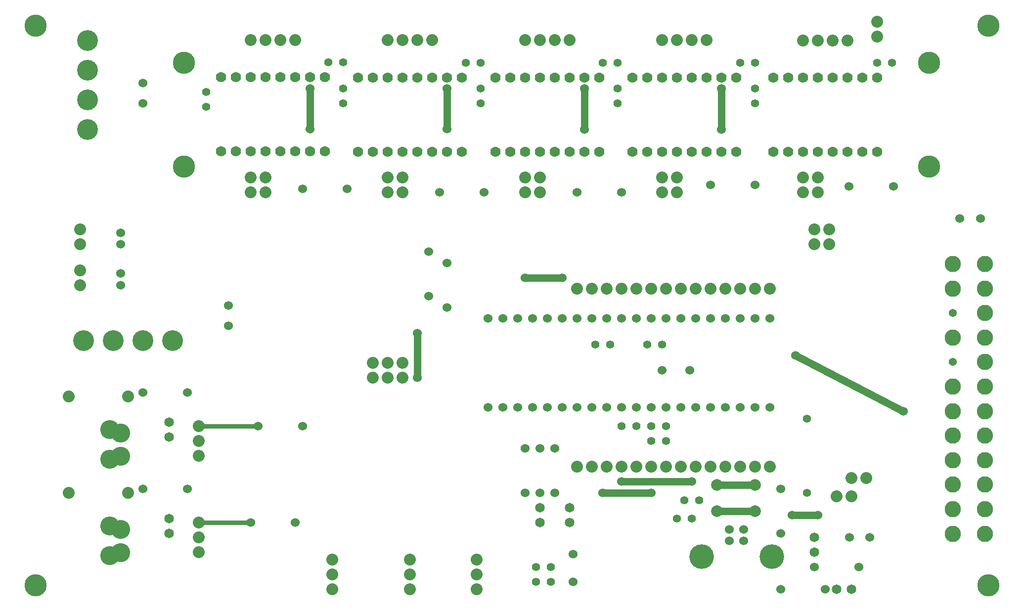
<source format=gbr>
G04 start of page 3 for group 1 idx 0 *
G04 Title: (unknown), Text/Drawing *
G04 Creator: pcb 20110918 *
G04 CreationDate: Thu 19 Dec 2013 05:48:54 PM GMT UTC *
G04 For: main-user *
G04 Format: Gerber/RS-274X *
G04 PCB-Dimensions: 1574803 787402 *
G04 PCB-Coordinate-Origin: lower left *
%MOIN*%
%FSLAX25Y25*%
%LNTOP*%
%ADD250C,0.0510*%
%ADD249C,0.0870*%
%ADD248C,0.0670*%
%ADD247C,0.0630*%
%ADD246C,0.0400*%
%ADD245C,0.1260*%
%ADD244C,0.1500*%
%ADD243C,0.0540*%
%ADD242C,0.1100*%
%ADD241C,0.1660*%
%ADD240C,0.0787*%
%ADD239C,0.0550*%
%ADD238C,0.0700*%
%ADD237C,0.1400*%
%ADD236C,0.1280*%
%ADD235C,0.0600*%
%ADD234C,0.0650*%
%ADD233C,0.0800*%
%ADD232C,0.0300*%
%ADD231C,0.0500*%
G54D231*X892500Y457402D02*X867500D01*
X795000Y419902D02*Y389902D01*
X1047500Y297402D02*X1065000D01*
X996910Y317618D02*X1022500D01*
X996910Y299902D02*X1022500D01*
X932500Y319902D02*X980000D01*
X920000Y312402D02*X952500D01*
G54D232*X687500Y357402D02*X647500D01*
X682500Y292402D02*X647500D01*
G54D231*X1050000Y404902D02*X1122500Y367402D01*
X722559Y584961D02*X722500Y557402D01*
X907559Y584961D02*X907500Y557402D01*
X815000Y584902D02*X815059Y557461D01*
X1000000Y557402D02*Y584902D01*
G54D233*X835000Y267402D03*
Y257402D03*
Y247402D03*
X737500Y267402D03*
Y257402D03*
Y247402D03*
X790000Y267402D03*
Y257402D03*
Y247402D03*
G54D234*X627500Y359902D03*
G54D235*X610000Y379902D03*
X640000D03*
G54D233*X647500Y357402D03*
X600000Y377402D03*
G54D234*X627500Y349902D03*
G54D233*X647500Y347402D03*
Y337402D03*
G54D236*X594941Y271969D03*
X587441Y269843D03*
X594941Y287717D03*
X587441Y289843D03*
G54D233*X600000Y312402D03*
G54D235*X610000Y314902D03*
G54D237*X570000Y414902D03*
X590000D03*
X610000D03*
X630000D03*
G54D236*X594941Y336969D03*
Y352717D03*
X587441Y334843D03*
Y354843D03*
G54D233*X560000Y312402D03*
Y377402D03*
X647500Y292402D03*
G54D234*X627500Y294902D03*
Y284902D03*
G54D235*X640000Y314902D03*
G54D233*X647500Y282402D03*
Y272402D03*
G54D235*X687500Y357402D03*
X717500D03*
X682500Y292402D03*
X712500D03*
G54D233*X567500Y462402D03*
Y452402D03*
G54D235*X595000D03*
Y460202D03*
G54D233*X567500Y489902D03*
Y479902D03*
G54D235*X595000Y487702D03*
Y479902D03*
X667500Y438702D03*
Y424902D03*
G54D238*X672559Y542461D03*
X662559D03*
X682559D03*
G54D233*Y524961D03*
Y514961D03*
G54D238*X692559Y542461D03*
X702559D03*
X722559Y592461D03*
X712559D03*
X702559D03*
X692559D03*
G54D233*Y524961D03*
Y514961D03*
G54D235*X717441Y517343D03*
G54D238*X672559Y592461D03*
X662559D03*
X682559D03*
G54D239*X652559Y572461D03*
Y582461D03*
G54D235*X610000Y574902D03*
Y588702D03*
G54D237*X572500Y557402D03*
Y577402D03*
Y597402D03*
Y617402D03*
G54D233*X775000Y524902D03*
G54D238*X765000Y542402D03*
X775000D03*
X755000D03*
G54D233*X775000Y514902D03*
G54D238*X785000Y542402D03*
X795000D03*
G54D233*X785000Y524902D03*
Y514902D03*
G54D235*X839941Y514961D03*
X809941D03*
X747441Y517343D03*
G54D238*X805000Y542402D03*
X815000D03*
X825000D03*
X857500D03*
X847500D03*
X795000Y592402D03*
X785000D03*
G54D239*X837559Y574961D03*
Y584961D03*
G54D238*X765000Y592402D03*
X755000D03*
X775000D03*
X712559Y542461D03*
X722559D03*
X732559D03*
Y592461D03*
G54D239*X745059Y574961D03*
Y584961D03*
Y602461D03*
X735059D03*
G54D233*X712559Y617461D03*
X702559D03*
X692559D03*
X682559D03*
G54D238*X815000Y592402D03*
X805000D03*
X825000D03*
X857500D03*
X847500D03*
X867500D03*
G54D239*X837500Y602402D03*
X827500D03*
G54D233*X805059Y617461D03*
X795059D03*
X785059D03*
X775059D03*
G54D238*X867500Y542402D03*
X877500D03*
X887500D03*
X897500D03*
X907500D03*
X917500D03*
X907500Y592402D03*
X897500D03*
X887500D03*
X877500D03*
X917500D03*
G54D239*X920000Y602402D03*
G54D233*X897559Y617461D03*
X887559D03*
X877559D03*
X867559D03*
X867500Y524902D03*
X877500D03*
X867500Y514902D03*
X877500D03*
G54D235*X902559Y514961D03*
G54D233*X1077500Y309902D03*
X1087500D03*
Y322402D03*
X1097500D03*
G54D235*X1040000Y314902D03*
G54D240*X1022500Y317618D03*
G54D235*X1062500Y262402D03*
X1092500D03*
G54D234*X1077500Y247402D03*
X1087500D03*
G54D235*X1070000D03*
G54D234*X1062500Y282402D03*
Y272402D03*
G54D235*X1040000Y284902D03*
X1086200Y282402D03*
G54D239*X1057500Y312402D03*
Y362402D03*
G54D235*X1100000Y282402D03*
X1015000Y279902D03*
X1005200D03*
Y287702D03*
X1015000D03*
G54D233*X1012500Y329902D03*
X1022500D03*
X1032500D03*
G54D239*X962500Y357402D03*
Y347402D03*
X952500Y357402D03*
Y347402D03*
G54D233*X962500Y329902D03*
G54D239*X975000Y307402D03*
G54D240*X996910Y317618D03*
G54D233*X992500Y329902D03*
X1002500D03*
G54D235*X1040000Y247402D03*
G54D241*X1033800Y269202D03*
X986400D03*
G54D240*X1022500Y299902D03*
X996910D03*
G54D239*X985000Y307402D03*
X980000Y294902D03*
X970000D03*
G54D233*X972500Y329902D03*
X982500D03*
G54D235*X802500Y444902D03*
X815000Y437402D03*
X802500Y474902D03*
X815000Y467402D03*
G54D233*X785000Y399902D03*
Y389902D03*
X775000Y399902D03*
X765000D03*
X775000Y389902D03*
X765000D03*
G54D235*X877500Y312402D03*
Y342402D03*
G54D234*Y302402D03*
Y292402D03*
G54D235*X867500Y312402D03*
X887500D03*
G54D234*X897500Y302402D03*
Y292402D03*
G54D239*X875000Y252402D03*
X885000D03*
X875000Y262402D03*
X885000D03*
G54D235*X900000Y252402D03*
Y270802D03*
G54D233*X902500Y329902D03*
X912500D03*
X922500D03*
X932500D03*
X942500D03*
X952500D03*
G54D235*X867500Y342402D03*
X887500D03*
X842500Y369902D03*
X852500D03*
X862500D03*
X872500D03*
X882500D03*
X892500D03*
X902500D03*
X978400Y394902D03*
X960000D03*
G54D239*Y412402D03*
X942500Y357402D03*
X932500D03*
G54D235*X942500Y369902D03*
X952500D03*
X962500D03*
X972500D03*
X982500D03*
G54D239*X950000Y412402D03*
G54D235*X952500Y429902D03*
X942500D03*
G54D239*X915000Y412402D03*
X925000D03*
G54D235*X912500Y369902D03*
X922500D03*
X932500D03*
Y429902D03*
X922500D03*
X912500D03*
X902500D03*
X892500D03*
X882500D03*
X872500D03*
X862500D03*
X852500D03*
X842500D03*
G54D233*X972500Y449902D03*
X962500D03*
X952500D03*
X942500D03*
X932500D03*
X922500D03*
X912500D03*
X902500D03*
G54D242*X1177500Y466615D03*
Y450080D03*
X1155847Y466615D03*
Y450079D03*
G54D243*Y433543D03*
G54D235*X1160600Y497402D03*
X1174400D03*
G54D233*X1072500Y489902D03*
X1062500D03*
X1072500Y479902D03*
X1062500D03*
G54D242*X1177500Y433544D03*
Y417009D03*
Y400473D03*
Y383938D03*
Y367402D03*
Y350867D03*
Y334331D03*
Y317796D03*
Y301261D03*
Y284725D03*
X1155847Y417008D03*
G54D243*Y400472D03*
G54D242*Y383937D03*
Y367401D03*
Y350866D03*
Y334330D03*
Y317795D03*
Y301261D03*
Y284725D03*
G54D235*X992500Y369902D03*
Y429902D03*
X982500D03*
X972500D03*
X962500D03*
X1002500Y369902D03*
Y429902D03*
X1012500Y369902D03*
X1022500D03*
X1032500D03*
Y429902D03*
X1022500D03*
X1012500D03*
G54D233*X1032500Y449902D03*
X1022500D03*
X1012500D03*
X1002500D03*
X992500D03*
X982500D03*
G54D238*X990000Y542402D03*
Y592402D03*
G54D233*X990059Y617461D03*
G54D238*X1000000Y542402D03*
Y592402D03*
X1010000Y542402D03*
Y592402D03*
G54D239*X1022500Y574902D03*
Y584902D03*
Y602402D03*
X1012500D03*
G54D235*X1022559Y519961D03*
X992559D03*
G54D238*X1035000Y542402D03*
X950000Y592402D03*
X940000D03*
X960000D03*
G54D239*X930000Y602402D03*
G54D233*X960059Y617461D03*
G54D238*X970000Y542402D03*
Y592402D03*
G54D233*Y524902D03*
Y514902D03*
X970059Y617461D03*
G54D238*X980000Y542402D03*
Y592402D03*
G54D233*X980059Y617461D03*
G54D238*X950000Y542402D03*
X960000D03*
X940000D03*
G54D233*X960000Y524902D03*
Y514902D03*
G54D235*X932559Y514961D03*
G54D239*X930059Y574961D03*
Y584961D03*
G54D233*X1065000Y617402D03*
X1055000D03*
G54D238*X1045000Y592402D03*
X1035000D03*
X1065000D03*
X1055000D03*
G54D235*X1116000Y518902D03*
X1086000D03*
G54D233*X1065000Y524902D03*
Y514902D03*
X1055000Y524902D03*
Y514902D03*
G54D239*X1115000Y602402D03*
X1105000D03*
G54D233*Y629902D03*
Y619902D03*
X1085000Y617402D03*
X1075000D03*
G54D238*X1045000Y542402D03*
X1055000D03*
X1065000D03*
X1075000D03*
X1085000D03*
X1095000D03*
X1105000D03*
X1095000Y592402D03*
X1085000D03*
X1075000D03*
X1105000D03*
G54D235*X1050000Y404902D03*
X892500Y457402D03*
X867500D03*
X795000Y419902D03*
Y389902D03*
X1065000Y297402D03*
X980000Y319902D03*
X932500D03*
X1047500Y297402D03*
X952500Y312402D03*
X920000D03*
G54D244*X1180000Y249902D03*
G54D235*X1122500Y367402D03*
G54D244*X1180000Y627402D03*
X1140000Y602402D03*
G54D235*X907559Y584961D03*
X907500Y557402D03*
X1000000Y584902D03*
Y557402D03*
G54D244*X1140000Y532402D03*
X537500Y249902D03*
X637500Y532402D03*
X537500Y627402D03*
G54D235*X815059Y584961D03*
Y557461D03*
X722559Y584961D03*
Y557461D03*
G54D244*X637500Y602402D03*
G54D232*G54D245*G54D232*G54D245*G54D232*G54D245*G54D232*G54D245*G54D246*G54D232*G54D246*G54D232*G54D246*G54D247*G54D246*G54D247*G54D246*G54D232*G54D248*G54D247*G54D246*G54D232*G54D246*G54D232*G54D246*G54D232*G54D246*G54D232*G54D246*G54D232*G54D246*G54D232*G54D248*G54D246*G54D232*G54D246*G54D232*G54D246*G54D232*G54D246*G54D232*G54D246*G54D232*G54D246*G54D232*G54D246*G54D232*G54D246*G54D232*G54D246*G54D232*G54D246*G54D232*G54D246*G54D232*G54D249*G54D246*G54D232*G54D246*G54D232*G54D246*G54D232*G54D246*G54D232*G54D246*G54D250*G54D232*G54D246*G54D250*G54D232*G54D246*G54D232*G54D246*G54D232*G54D246*G54D232*G54D246*G54D232*G54D246*G54D232*G54D246*M02*

</source>
